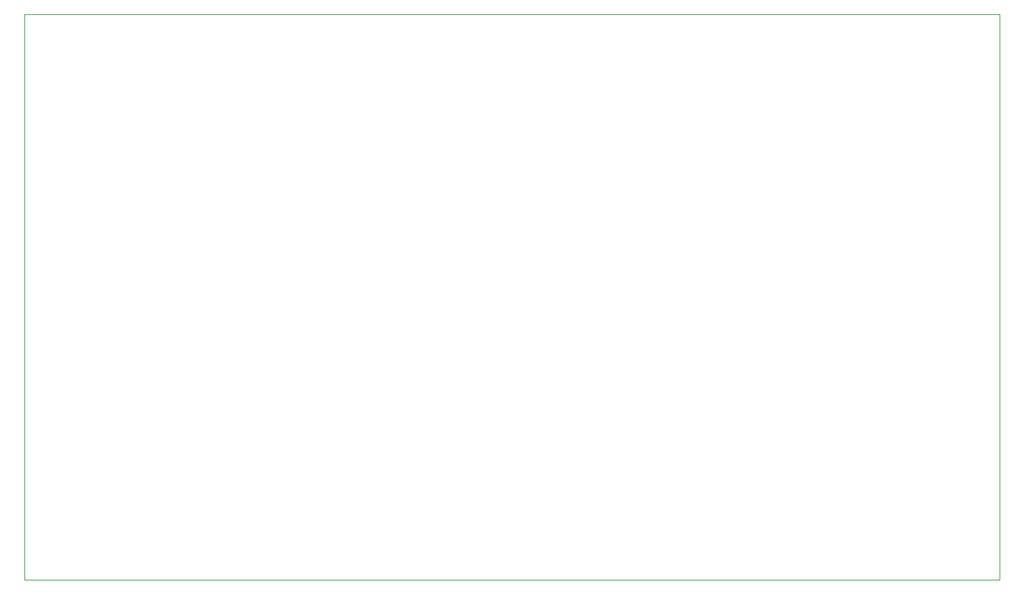
<source format=gbr>
%TF.GenerationSoftware,KiCad,Pcbnew,8.0.0*%
%TF.CreationDate,2024-03-17T18:16:09+01:00*%
%TF.ProjectId,Motor_Control,4d6f746f-725f-4436-9f6e-74726f6c2e6b,rev?*%
%TF.SameCoordinates,Original*%
%TF.FileFunction,Profile,NP*%
%FSLAX46Y46*%
G04 Gerber Fmt 4.6, Leading zero omitted, Abs format (unit mm)*
G04 Created by KiCad (PCBNEW 8.0.0) date 2024-03-17 18:16:09*
%MOMM*%
%LPD*%
G01*
G04 APERTURE LIST*
%TA.AperFunction,Profile*%
%ADD10C,0.050000*%
%TD*%
G04 APERTURE END LIST*
D10*
X142240000Y-42164000D02*
X263906000Y-42164000D01*
X263906000Y-112776000D01*
X142240000Y-112776000D01*
X142240000Y-42164000D01*
M02*

</source>
